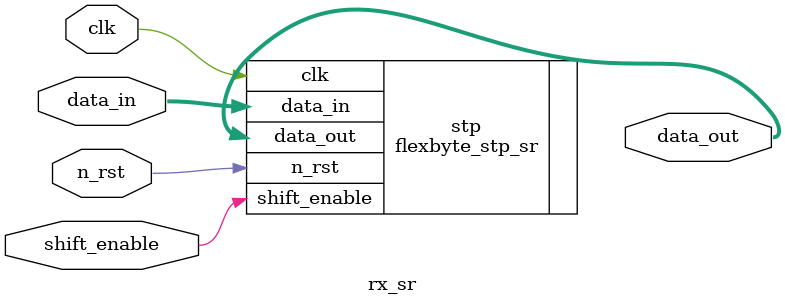
<source format=sv>
module rx_sr
(
	input wire clk,
	input wire n_rst,
	input wire [31:0] data_in,
	input wire shift_enable,
	output wire [127:0] data_out
);

flexbyte_stp_sr #(.NUM_BYTES_IN(4), .NUM_BYTES_OUT(16)) stp(.clk(clk), .n_rst(n_rst), .shift_enable(shift_enable), .data_in(data_in), .data_out(data_out));

endmodule

</source>
